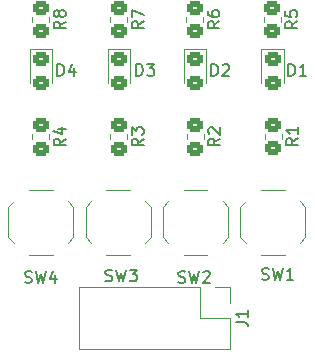
<source format=gbr>
%TF.GenerationSoftware,KiCad,Pcbnew,8.0.3*%
%TF.CreationDate,2024-11-17T10:30:07+00:00*%
%TF.ProjectId,ENS_light_sw_board,454e535f-6c69-4676-9874-5f73775f626f,rev?*%
%TF.SameCoordinates,Original*%
%TF.FileFunction,Legend,Top*%
%TF.FilePolarity,Positive*%
%FSLAX46Y46*%
G04 Gerber Fmt 4.6, Leading zero omitted, Abs format (unit mm)*
G04 Created by KiCad (PCBNEW 8.0.3) date 2024-11-17 10:30:07*
%MOMM*%
%LPD*%
G01*
G04 APERTURE LIST*
G04 Aperture macros list*
%AMRoundRect*
0 Rectangle with rounded corners*
0 $1 Rounding radius*
0 $2 $3 $4 $5 $6 $7 $8 $9 X,Y pos of 4 corners*
0 Add a 4 corners polygon primitive as box body*
4,1,4,$2,$3,$4,$5,$6,$7,$8,$9,$2,$3,0*
0 Add four circle primitives for the rounded corners*
1,1,$1+$1,$2,$3*
1,1,$1+$1,$4,$5*
1,1,$1+$1,$6,$7*
1,1,$1+$1,$8,$9*
0 Add four rect primitives between the rounded corners*
20,1,$1+$1,$2,$3,$4,$5,0*
20,1,$1+$1,$4,$5,$6,$7,0*
20,1,$1+$1,$6,$7,$8,$9,0*
20,1,$1+$1,$8,$9,$2,$3,0*%
G04 Aperture macros list end*
%ADD10C,0.150000*%
%ADD11C,0.120000*%
%ADD12R,0.750000X1.000000*%
%ADD13RoundRect,0.250000X-0.450000X0.325000X-0.450000X-0.325000X0.450000X-0.325000X0.450000X0.325000X0*%
%ADD14RoundRect,0.250000X-0.450000X0.350000X-0.450000X-0.350000X0.450000X-0.350000X0.450000X0.350000X0*%
%ADD15R,1.700000X1.700000*%
%ADD16O,1.700000X1.700000*%
G04 APERTURE END LIST*
D10*
X118893333Y-83846200D02*
X119036190Y-83893819D01*
X119036190Y-83893819D02*
X119274285Y-83893819D01*
X119274285Y-83893819D02*
X119369523Y-83846200D01*
X119369523Y-83846200D02*
X119417142Y-83798580D01*
X119417142Y-83798580D02*
X119464761Y-83703342D01*
X119464761Y-83703342D02*
X119464761Y-83608104D01*
X119464761Y-83608104D02*
X119417142Y-83512866D01*
X119417142Y-83512866D02*
X119369523Y-83465247D01*
X119369523Y-83465247D02*
X119274285Y-83417628D01*
X119274285Y-83417628D02*
X119083809Y-83370009D01*
X119083809Y-83370009D02*
X118988571Y-83322390D01*
X118988571Y-83322390D02*
X118940952Y-83274771D01*
X118940952Y-83274771D02*
X118893333Y-83179533D01*
X118893333Y-83179533D02*
X118893333Y-83084295D01*
X118893333Y-83084295D02*
X118940952Y-82989057D01*
X118940952Y-82989057D02*
X118988571Y-82941438D01*
X118988571Y-82941438D02*
X119083809Y-82893819D01*
X119083809Y-82893819D02*
X119321904Y-82893819D01*
X119321904Y-82893819D02*
X119464761Y-82941438D01*
X119798095Y-82893819D02*
X120036190Y-83893819D01*
X120036190Y-83893819D02*
X120226666Y-83179533D01*
X120226666Y-83179533D02*
X120417142Y-83893819D01*
X120417142Y-83893819D02*
X120655238Y-82893819D01*
X120940952Y-82893819D02*
X121559999Y-82893819D01*
X121559999Y-82893819D02*
X121226666Y-83274771D01*
X121226666Y-83274771D02*
X121369523Y-83274771D01*
X121369523Y-83274771D02*
X121464761Y-83322390D01*
X121464761Y-83322390D02*
X121512380Y-83370009D01*
X121512380Y-83370009D02*
X121559999Y-83465247D01*
X121559999Y-83465247D02*
X121559999Y-83703342D01*
X121559999Y-83703342D02*
X121512380Y-83798580D01*
X121512380Y-83798580D02*
X121464761Y-83846200D01*
X121464761Y-83846200D02*
X121369523Y-83893819D01*
X121369523Y-83893819D02*
X121083809Y-83893819D01*
X121083809Y-83893819D02*
X120988571Y-83846200D01*
X120988571Y-83846200D02*
X120940952Y-83798580D01*
X125074000Y-83973200D02*
X125216857Y-84020819D01*
X125216857Y-84020819D02*
X125454952Y-84020819D01*
X125454952Y-84020819D02*
X125550190Y-83973200D01*
X125550190Y-83973200D02*
X125597809Y-83925580D01*
X125597809Y-83925580D02*
X125645428Y-83830342D01*
X125645428Y-83830342D02*
X125645428Y-83735104D01*
X125645428Y-83735104D02*
X125597809Y-83639866D01*
X125597809Y-83639866D02*
X125550190Y-83592247D01*
X125550190Y-83592247D02*
X125454952Y-83544628D01*
X125454952Y-83544628D02*
X125264476Y-83497009D01*
X125264476Y-83497009D02*
X125169238Y-83449390D01*
X125169238Y-83449390D02*
X125121619Y-83401771D01*
X125121619Y-83401771D02*
X125074000Y-83306533D01*
X125074000Y-83306533D02*
X125074000Y-83211295D01*
X125074000Y-83211295D02*
X125121619Y-83116057D01*
X125121619Y-83116057D02*
X125169238Y-83068438D01*
X125169238Y-83068438D02*
X125264476Y-83020819D01*
X125264476Y-83020819D02*
X125502571Y-83020819D01*
X125502571Y-83020819D02*
X125645428Y-83068438D01*
X125978762Y-83020819D02*
X126216857Y-84020819D01*
X126216857Y-84020819D02*
X126407333Y-83306533D01*
X126407333Y-83306533D02*
X126597809Y-84020819D01*
X126597809Y-84020819D02*
X126835905Y-83020819D01*
X127169238Y-83116057D02*
X127216857Y-83068438D01*
X127216857Y-83068438D02*
X127312095Y-83020819D01*
X127312095Y-83020819D02*
X127550190Y-83020819D01*
X127550190Y-83020819D02*
X127645428Y-83068438D01*
X127645428Y-83068438D02*
X127693047Y-83116057D01*
X127693047Y-83116057D02*
X127740666Y-83211295D01*
X127740666Y-83211295D02*
X127740666Y-83306533D01*
X127740666Y-83306533D02*
X127693047Y-83449390D01*
X127693047Y-83449390D02*
X127121619Y-84020819D01*
X127121619Y-84020819D02*
X127740666Y-84020819D01*
X114831905Y-66494819D02*
X114831905Y-65494819D01*
X114831905Y-65494819D02*
X115070000Y-65494819D01*
X115070000Y-65494819D02*
X115212857Y-65542438D01*
X115212857Y-65542438D02*
X115308095Y-65637676D01*
X115308095Y-65637676D02*
X115355714Y-65732914D01*
X115355714Y-65732914D02*
X115403333Y-65923390D01*
X115403333Y-65923390D02*
X115403333Y-66066247D01*
X115403333Y-66066247D02*
X115355714Y-66256723D01*
X115355714Y-66256723D02*
X115308095Y-66351961D01*
X115308095Y-66351961D02*
X115212857Y-66447200D01*
X115212857Y-66447200D02*
X115070000Y-66494819D01*
X115070000Y-66494819D02*
X114831905Y-66494819D01*
X116260476Y-65828152D02*
X116260476Y-66494819D01*
X116022381Y-65447200D02*
X115784286Y-66161485D01*
X115784286Y-66161485D02*
X116403333Y-66161485D01*
X135127677Y-61872666D02*
X134651486Y-62205999D01*
X135127677Y-62444094D02*
X134127677Y-62444094D01*
X134127677Y-62444094D02*
X134127677Y-62063142D01*
X134127677Y-62063142D02*
X134175296Y-61967904D01*
X134175296Y-61967904D02*
X134222915Y-61920285D01*
X134222915Y-61920285D02*
X134318153Y-61872666D01*
X134318153Y-61872666D02*
X134461010Y-61872666D01*
X134461010Y-61872666D02*
X134556248Y-61920285D01*
X134556248Y-61920285D02*
X134603867Y-61967904D01*
X134603867Y-61967904D02*
X134651486Y-62063142D01*
X134651486Y-62063142D02*
X134651486Y-62444094D01*
X134127677Y-60967904D02*
X134127677Y-61444094D01*
X134127677Y-61444094D02*
X134603867Y-61491713D01*
X134603867Y-61491713D02*
X134556248Y-61444094D01*
X134556248Y-61444094D02*
X134508629Y-61348856D01*
X134508629Y-61348856D02*
X134508629Y-61110761D01*
X134508629Y-61110761D02*
X134556248Y-61015523D01*
X134556248Y-61015523D02*
X134603867Y-60967904D01*
X134603867Y-60967904D02*
X134699105Y-60920285D01*
X134699105Y-60920285D02*
X134937200Y-60920285D01*
X134937200Y-60920285D02*
X135032438Y-60967904D01*
X135032438Y-60967904D02*
X135080058Y-61015523D01*
X135080058Y-61015523D02*
X135127677Y-61110761D01*
X135127677Y-61110761D02*
X135127677Y-61348856D01*
X135127677Y-61348856D02*
X135080058Y-61444094D01*
X135080058Y-61444094D02*
X135032438Y-61491713D01*
X121501619Y-66478819D02*
X121501619Y-65478819D01*
X121501619Y-65478819D02*
X121739714Y-65478819D01*
X121739714Y-65478819D02*
X121882571Y-65526438D01*
X121882571Y-65526438D02*
X121977809Y-65621676D01*
X121977809Y-65621676D02*
X122025428Y-65716914D01*
X122025428Y-65716914D02*
X122073047Y-65907390D01*
X122073047Y-65907390D02*
X122073047Y-66050247D01*
X122073047Y-66050247D02*
X122025428Y-66240723D01*
X122025428Y-66240723D02*
X121977809Y-66335961D01*
X121977809Y-66335961D02*
X121882571Y-66431200D01*
X121882571Y-66431200D02*
X121739714Y-66478819D01*
X121739714Y-66478819D02*
X121501619Y-66478819D01*
X122406381Y-65478819D02*
X123025428Y-65478819D01*
X123025428Y-65478819D02*
X122692095Y-65859771D01*
X122692095Y-65859771D02*
X122834952Y-65859771D01*
X122834952Y-65859771D02*
X122930190Y-65907390D01*
X122930190Y-65907390D02*
X122977809Y-65955009D01*
X122977809Y-65955009D02*
X123025428Y-66050247D01*
X123025428Y-66050247D02*
X123025428Y-66288342D01*
X123025428Y-66288342D02*
X122977809Y-66383580D01*
X122977809Y-66383580D02*
X122930190Y-66431200D01*
X122930190Y-66431200D02*
X122834952Y-66478819D01*
X122834952Y-66478819D02*
X122549238Y-66478819D01*
X122549238Y-66478819D02*
X122454000Y-66431200D01*
X122454000Y-66431200D02*
X122406381Y-66383580D01*
X134389905Y-66494819D02*
X134389905Y-65494819D01*
X134389905Y-65494819D02*
X134628000Y-65494819D01*
X134628000Y-65494819D02*
X134770857Y-65542438D01*
X134770857Y-65542438D02*
X134866095Y-65637676D01*
X134866095Y-65637676D02*
X134913714Y-65732914D01*
X134913714Y-65732914D02*
X134961333Y-65923390D01*
X134961333Y-65923390D02*
X134961333Y-66066247D01*
X134961333Y-66066247D02*
X134913714Y-66256723D01*
X134913714Y-66256723D02*
X134866095Y-66351961D01*
X134866095Y-66351961D02*
X134770857Y-66447200D01*
X134770857Y-66447200D02*
X134628000Y-66494819D01*
X134628000Y-66494819D02*
X134389905Y-66494819D01*
X135913714Y-66494819D02*
X135342286Y-66494819D01*
X135628000Y-66494819D02*
X135628000Y-65494819D01*
X135628000Y-65494819D02*
X135532762Y-65637676D01*
X135532762Y-65637676D02*
X135437524Y-65732914D01*
X135437524Y-65732914D02*
X135342286Y-65780533D01*
X122119819Y-61872666D02*
X121643628Y-62205999D01*
X122119819Y-62444094D02*
X121119819Y-62444094D01*
X121119819Y-62444094D02*
X121119819Y-62063142D01*
X121119819Y-62063142D02*
X121167438Y-61967904D01*
X121167438Y-61967904D02*
X121215057Y-61920285D01*
X121215057Y-61920285D02*
X121310295Y-61872666D01*
X121310295Y-61872666D02*
X121453152Y-61872666D01*
X121453152Y-61872666D02*
X121548390Y-61920285D01*
X121548390Y-61920285D02*
X121596009Y-61967904D01*
X121596009Y-61967904D02*
X121643628Y-62063142D01*
X121643628Y-62063142D02*
X121643628Y-62444094D01*
X121119819Y-61539332D02*
X121119819Y-60872666D01*
X121119819Y-60872666D02*
X122119819Y-61301237D01*
X127863191Y-66494819D02*
X127863191Y-65494819D01*
X127863191Y-65494819D02*
X128101286Y-65494819D01*
X128101286Y-65494819D02*
X128244143Y-65542438D01*
X128244143Y-65542438D02*
X128339381Y-65637676D01*
X128339381Y-65637676D02*
X128387000Y-65732914D01*
X128387000Y-65732914D02*
X128434619Y-65923390D01*
X128434619Y-65923390D02*
X128434619Y-66066247D01*
X128434619Y-66066247D02*
X128387000Y-66256723D01*
X128387000Y-66256723D02*
X128339381Y-66351961D01*
X128339381Y-66351961D02*
X128244143Y-66447200D01*
X128244143Y-66447200D02*
X128101286Y-66494819D01*
X128101286Y-66494819D02*
X127863191Y-66494819D01*
X128815572Y-65590057D02*
X128863191Y-65542438D01*
X128863191Y-65542438D02*
X128958429Y-65494819D01*
X128958429Y-65494819D02*
X129196524Y-65494819D01*
X129196524Y-65494819D02*
X129291762Y-65542438D01*
X129291762Y-65542438D02*
X129339381Y-65590057D01*
X129339381Y-65590057D02*
X129387000Y-65685295D01*
X129387000Y-65685295D02*
X129387000Y-65780533D01*
X129387000Y-65780533D02*
X129339381Y-65923390D01*
X129339381Y-65923390D02*
X128767953Y-66494819D01*
X128767953Y-66494819D02*
X129387000Y-66494819D01*
X128597819Y-71794666D02*
X128121628Y-72127999D01*
X128597819Y-72366094D02*
X127597819Y-72366094D01*
X127597819Y-72366094D02*
X127597819Y-71985142D01*
X127597819Y-71985142D02*
X127645438Y-71889904D01*
X127645438Y-71889904D02*
X127693057Y-71842285D01*
X127693057Y-71842285D02*
X127788295Y-71794666D01*
X127788295Y-71794666D02*
X127931152Y-71794666D01*
X127931152Y-71794666D02*
X128026390Y-71842285D01*
X128026390Y-71842285D02*
X128074009Y-71889904D01*
X128074009Y-71889904D02*
X128121628Y-71985142D01*
X128121628Y-71985142D02*
X128121628Y-72366094D01*
X127693057Y-71413713D02*
X127645438Y-71366094D01*
X127645438Y-71366094D02*
X127597819Y-71270856D01*
X127597819Y-71270856D02*
X127597819Y-71032761D01*
X127597819Y-71032761D02*
X127645438Y-70937523D01*
X127645438Y-70937523D02*
X127693057Y-70889904D01*
X127693057Y-70889904D02*
X127788295Y-70842285D01*
X127788295Y-70842285D02*
X127883533Y-70842285D01*
X127883533Y-70842285D02*
X128026390Y-70889904D01*
X128026390Y-70889904D02*
X128597819Y-71461332D01*
X128597819Y-71461332D02*
X128597819Y-70842285D01*
X115515819Y-61888666D02*
X115039628Y-62221999D01*
X115515819Y-62460094D02*
X114515819Y-62460094D01*
X114515819Y-62460094D02*
X114515819Y-62079142D01*
X114515819Y-62079142D02*
X114563438Y-61983904D01*
X114563438Y-61983904D02*
X114611057Y-61936285D01*
X114611057Y-61936285D02*
X114706295Y-61888666D01*
X114706295Y-61888666D02*
X114849152Y-61888666D01*
X114849152Y-61888666D02*
X114944390Y-61936285D01*
X114944390Y-61936285D02*
X114992009Y-61983904D01*
X114992009Y-61983904D02*
X115039628Y-62079142D01*
X115039628Y-62079142D02*
X115039628Y-62460094D01*
X114944390Y-61317237D02*
X114896771Y-61412475D01*
X114896771Y-61412475D02*
X114849152Y-61460094D01*
X114849152Y-61460094D02*
X114753914Y-61507713D01*
X114753914Y-61507713D02*
X114706295Y-61507713D01*
X114706295Y-61507713D02*
X114611057Y-61460094D01*
X114611057Y-61460094D02*
X114563438Y-61412475D01*
X114563438Y-61412475D02*
X114515819Y-61317237D01*
X114515819Y-61317237D02*
X114515819Y-61126761D01*
X114515819Y-61126761D02*
X114563438Y-61031523D01*
X114563438Y-61031523D02*
X114611057Y-60983904D01*
X114611057Y-60983904D02*
X114706295Y-60936285D01*
X114706295Y-60936285D02*
X114753914Y-60936285D01*
X114753914Y-60936285D02*
X114849152Y-60983904D01*
X114849152Y-60983904D02*
X114896771Y-61031523D01*
X114896771Y-61031523D02*
X114944390Y-61126761D01*
X114944390Y-61126761D02*
X114944390Y-61317237D01*
X114944390Y-61317237D02*
X114992009Y-61412475D01*
X114992009Y-61412475D02*
X115039628Y-61460094D01*
X115039628Y-61460094D02*
X115134866Y-61507713D01*
X115134866Y-61507713D02*
X115325342Y-61507713D01*
X115325342Y-61507713D02*
X115420580Y-61460094D01*
X115420580Y-61460094D02*
X115468200Y-61412475D01*
X115468200Y-61412475D02*
X115515819Y-61317237D01*
X115515819Y-61317237D02*
X115515819Y-61126761D01*
X115515819Y-61126761D02*
X115468200Y-61031523D01*
X115468200Y-61031523D02*
X115420580Y-60983904D01*
X115420580Y-60983904D02*
X115325342Y-60936285D01*
X115325342Y-60936285D02*
X115134866Y-60936285D01*
X115134866Y-60936285D02*
X115039628Y-60983904D01*
X115039628Y-60983904D02*
X114992009Y-61031523D01*
X114992009Y-61031523D02*
X114944390Y-61126761D01*
X128539677Y-61872666D02*
X128063486Y-62205999D01*
X128539677Y-62444094D02*
X127539677Y-62444094D01*
X127539677Y-62444094D02*
X127539677Y-62063142D01*
X127539677Y-62063142D02*
X127587296Y-61967904D01*
X127587296Y-61967904D02*
X127634915Y-61920285D01*
X127634915Y-61920285D02*
X127730153Y-61872666D01*
X127730153Y-61872666D02*
X127873010Y-61872666D01*
X127873010Y-61872666D02*
X127968248Y-61920285D01*
X127968248Y-61920285D02*
X128015867Y-61967904D01*
X128015867Y-61967904D02*
X128063486Y-62063142D01*
X128063486Y-62063142D02*
X128063486Y-62444094D01*
X127539677Y-61015523D02*
X127539677Y-61205999D01*
X127539677Y-61205999D02*
X127587296Y-61301237D01*
X127587296Y-61301237D02*
X127634915Y-61348856D01*
X127634915Y-61348856D02*
X127777772Y-61444094D01*
X127777772Y-61444094D02*
X127968248Y-61491713D01*
X127968248Y-61491713D02*
X128349200Y-61491713D01*
X128349200Y-61491713D02*
X128444438Y-61444094D01*
X128444438Y-61444094D02*
X128492058Y-61396475D01*
X128492058Y-61396475D02*
X128539677Y-61301237D01*
X128539677Y-61301237D02*
X128539677Y-61110761D01*
X128539677Y-61110761D02*
X128492058Y-61015523D01*
X128492058Y-61015523D02*
X128444438Y-60967904D01*
X128444438Y-60967904D02*
X128349200Y-60920285D01*
X128349200Y-60920285D02*
X128111105Y-60920285D01*
X128111105Y-60920285D02*
X128015867Y-60967904D01*
X128015867Y-60967904D02*
X127968248Y-61015523D01*
X127968248Y-61015523D02*
X127920629Y-61110761D01*
X127920629Y-61110761D02*
X127920629Y-61301237D01*
X127920629Y-61301237D02*
X127968248Y-61396475D01*
X127968248Y-61396475D02*
X128015867Y-61444094D01*
X128015867Y-61444094D02*
X128111105Y-61491713D01*
X112077667Y-83973200D02*
X112220524Y-84020819D01*
X112220524Y-84020819D02*
X112458619Y-84020819D01*
X112458619Y-84020819D02*
X112553857Y-83973200D01*
X112553857Y-83973200D02*
X112601476Y-83925580D01*
X112601476Y-83925580D02*
X112649095Y-83830342D01*
X112649095Y-83830342D02*
X112649095Y-83735104D01*
X112649095Y-83735104D02*
X112601476Y-83639866D01*
X112601476Y-83639866D02*
X112553857Y-83592247D01*
X112553857Y-83592247D02*
X112458619Y-83544628D01*
X112458619Y-83544628D02*
X112268143Y-83497009D01*
X112268143Y-83497009D02*
X112172905Y-83449390D01*
X112172905Y-83449390D02*
X112125286Y-83401771D01*
X112125286Y-83401771D02*
X112077667Y-83306533D01*
X112077667Y-83306533D02*
X112077667Y-83211295D01*
X112077667Y-83211295D02*
X112125286Y-83116057D01*
X112125286Y-83116057D02*
X112172905Y-83068438D01*
X112172905Y-83068438D02*
X112268143Y-83020819D01*
X112268143Y-83020819D02*
X112506238Y-83020819D01*
X112506238Y-83020819D02*
X112649095Y-83068438D01*
X112982429Y-83020819D02*
X113220524Y-84020819D01*
X113220524Y-84020819D02*
X113411000Y-83306533D01*
X113411000Y-83306533D02*
X113601476Y-84020819D01*
X113601476Y-84020819D02*
X113839572Y-83020819D01*
X114649095Y-83354152D02*
X114649095Y-84020819D01*
X114411000Y-82973200D02*
X114172905Y-83687485D01*
X114172905Y-83687485D02*
X114791952Y-83687485D01*
X132143667Y-83719200D02*
X132286524Y-83766819D01*
X132286524Y-83766819D02*
X132524619Y-83766819D01*
X132524619Y-83766819D02*
X132619857Y-83719200D01*
X132619857Y-83719200D02*
X132667476Y-83671580D01*
X132667476Y-83671580D02*
X132715095Y-83576342D01*
X132715095Y-83576342D02*
X132715095Y-83481104D01*
X132715095Y-83481104D02*
X132667476Y-83385866D01*
X132667476Y-83385866D02*
X132619857Y-83338247D01*
X132619857Y-83338247D02*
X132524619Y-83290628D01*
X132524619Y-83290628D02*
X132334143Y-83243009D01*
X132334143Y-83243009D02*
X132238905Y-83195390D01*
X132238905Y-83195390D02*
X132191286Y-83147771D01*
X132191286Y-83147771D02*
X132143667Y-83052533D01*
X132143667Y-83052533D02*
X132143667Y-82957295D01*
X132143667Y-82957295D02*
X132191286Y-82862057D01*
X132191286Y-82862057D02*
X132238905Y-82814438D01*
X132238905Y-82814438D02*
X132334143Y-82766819D01*
X132334143Y-82766819D02*
X132572238Y-82766819D01*
X132572238Y-82766819D02*
X132715095Y-82814438D01*
X133048429Y-82766819D02*
X133286524Y-83766819D01*
X133286524Y-83766819D02*
X133477000Y-83052533D01*
X133477000Y-83052533D02*
X133667476Y-83766819D01*
X133667476Y-83766819D02*
X133905572Y-82766819D01*
X134810333Y-83766819D02*
X134238905Y-83766819D01*
X134524619Y-83766819D02*
X134524619Y-82766819D01*
X134524619Y-82766819D02*
X134429381Y-82909676D01*
X134429381Y-82909676D02*
X134334143Y-83004914D01*
X134334143Y-83004914D02*
X134238905Y-83052533D01*
X115515819Y-71810666D02*
X115039628Y-72143999D01*
X115515819Y-72382094D02*
X114515819Y-72382094D01*
X114515819Y-72382094D02*
X114515819Y-72001142D01*
X114515819Y-72001142D02*
X114563438Y-71905904D01*
X114563438Y-71905904D02*
X114611057Y-71858285D01*
X114611057Y-71858285D02*
X114706295Y-71810666D01*
X114706295Y-71810666D02*
X114849152Y-71810666D01*
X114849152Y-71810666D02*
X114944390Y-71858285D01*
X114944390Y-71858285D02*
X114992009Y-71905904D01*
X114992009Y-71905904D02*
X115039628Y-72001142D01*
X115039628Y-72001142D02*
X115039628Y-72382094D01*
X114849152Y-70953523D02*
X115515819Y-70953523D01*
X114468200Y-71191618D02*
X115182485Y-71429713D01*
X115182485Y-71429713D02*
X115182485Y-70810666D01*
X129927819Y-87328333D02*
X130642104Y-87328333D01*
X130642104Y-87328333D02*
X130784961Y-87375952D01*
X130784961Y-87375952D02*
X130880200Y-87471190D01*
X130880200Y-87471190D02*
X130927819Y-87614047D01*
X130927819Y-87614047D02*
X130927819Y-87709285D01*
X130927819Y-86328333D02*
X130927819Y-86899761D01*
X130927819Y-86614047D02*
X129927819Y-86614047D01*
X129927819Y-86614047D02*
X130070676Y-86709285D01*
X130070676Y-86709285D02*
X130165914Y-86804523D01*
X130165914Y-86804523D02*
X130213533Y-86899761D01*
X122119819Y-71810666D02*
X121643628Y-72143999D01*
X122119819Y-72382094D02*
X121119819Y-72382094D01*
X121119819Y-72382094D02*
X121119819Y-72001142D01*
X121119819Y-72001142D02*
X121167438Y-71905904D01*
X121167438Y-71905904D02*
X121215057Y-71858285D01*
X121215057Y-71858285D02*
X121310295Y-71810666D01*
X121310295Y-71810666D02*
X121453152Y-71810666D01*
X121453152Y-71810666D02*
X121548390Y-71858285D01*
X121548390Y-71858285D02*
X121596009Y-71905904D01*
X121596009Y-71905904D02*
X121643628Y-72001142D01*
X121643628Y-72001142D02*
X121643628Y-72382094D01*
X121119819Y-71477332D02*
X121119819Y-70858285D01*
X121119819Y-70858285D02*
X121500771Y-71191618D01*
X121500771Y-71191618D02*
X121500771Y-71048761D01*
X121500771Y-71048761D02*
X121548390Y-70953523D01*
X121548390Y-70953523D02*
X121596009Y-70905904D01*
X121596009Y-70905904D02*
X121691247Y-70858285D01*
X121691247Y-70858285D02*
X121929342Y-70858285D01*
X121929342Y-70858285D02*
X122024580Y-70905904D01*
X122024580Y-70905904D02*
X122072200Y-70953523D01*
X122072200Y-70953523D02*
X122119819Y-71048761D01*
X122119819Y-71048761D02*
X122119819Y-71334475D01*
X122119819Y-71334475D02*
X122072200Y-71429713D01*
X122072200Y-71429713D02*
X122024580Y-71477332D01*
X135200819Y-71778666D02*
X134724628Y-72111999D01*
X135200819Y-72350094D02*
X134200819Y-72350094D01*
X134200819Y-72350094D02*
X134200819Y-71969142D01*
X134200819Y-71969142D02*
X134248438Y-71873904D01*
X134248438Y-71873904D02*
X134296057Y-71826285D01*
X134296057Y-71826285D02*
X134391295Y-71778666D01*
X134391295Y-71778666D02*
X134534152Y-71778666D01*
X134534152Y-71778666D02*
X134629390Y-71826285D01*
X134629390Y-71826285D02*
X134677009Y-71873904D01*
X134677009Y-71873904D02*
X134724628Y-71969142D01*
X134724628Y-71969142D02*
X134724628Y-72350094D01*
X135200819Y-70826285D02*
X135200819Y-71397713D01*
X135200819Y-71111999D02*
X134200819Y-71111999D01*
X134200819Y-71111999D02*
X134343676Y-71207237D01*
X134343676Y-71207237D02*
X134438914Y-71302475D01*
X134438914Y-71302475D02*
X134486533Y-71397713D01*
D11*
%TO.C,SW3*%
X117216000Y-77567000D02*
X117216000Y-80167000D01*
X117666000Y-77117000D02*
X117216000Y-77567000D01*
X117666000Y-80617000D02*
X117216000Y-80167000D01*
X120966000Y-76117000D02*
X118966000Y-76117000D01*
X120966000Y-81617000D02*
X118966000Y-81617000D01*
X122266000Y-77117000D02*
X122716000Y-77567000D01*
X122266000Y-80617000D02*
X122716000Y-80167000D01*
X122716000Y-77567000D02*
X122716000Y-80167000D01*
%TO.C,SW2*%
X123771000Y-77567000D02*
X123771000Y-80167000D01*
X124221000Y-77117000D02*
X123771000Y-77567000D01*
X124221000Y-80617000D02*
X123771000Y-80167000D01*
X127521000Y-76117000D02*
X125521000Y-76117000D01*
X127521000Y-81617000D02*
X125521000Y-81617000D01*
X128821000Y-77117000D02*
X129271000Y-77567000D01*
X128821000Y-80617000D02*
X129271000Y-80167000D01*
X129271000Y-77567000D02*
X129271000Y-80167000D01*
%TO.C,D4*%
X112479142Y-64248000D02*
X112479142Y-67108000D01*
X114399142Y-64248000D02*
X112479142Y-64248000D01*
X114399142Y-67108000D02*
X114399142Y-64248000D01*
%TO.C,R5*%
X132287858Y-61478936D02*
X132287858Y-61933064D01*
X133757858Y-61478936D02*
X133757858Y-61933064D01*
%TO.C,D3*%
X119083142Y-64232000D02*
X119083142Y-67092000D01*
X121003142Y-64232000D02*
X119083142Y-64232000D01*
X121003142Y-67092000D02*
X121003142Y-64232000D01*
%TO.C,D1*%
X132091000Y-64232000D02*
X132091000Y-67092000D01*
X134011000Y-64232000D02*
X132091000Y-64232000D01*
X134011000Y-67092000D02*
X134011000Y-64232000D01*
%TO.C,R7*%
X119280000Y-61478936D02*
X119280000Y-61933064D01*
X120750000Y-61478936D02*
X120750000Y-61933064D01*
%TO.C,D2*%
X125503000Y-64232000D02*
X125503000Y-67092000D01*
X127423000Y-64232000D02*
X125503000Y-64232000D01*
X127423000Y-67092000D02*
X127423000Y-64232000D01*
%TO.C,R2*%
X125757000Y-71416936D02*
X125757000Y-71871064D01*
X127227000Y-71416936D02*
X127227000Y-71871064D01*
%TO.C,R8*%
X112676000Y-61494936D02*
X112676000Y-61949064D01*
X114146000Y-61494936D02*
X114146000Y-61949064D01*
%TO.C,R6*%
X125699858Y-61478936D02*
X125699858Y-61933064D01*
X127169858Y-61478936D02*
X127169858Y-61933064D01*
%TO.C,SW4*%
X110661000Y-77567000D02*
X110661000Y-80167000D01*
X111111000Y-77117000D02*
X110661000Y-77567000D01*
X111111000Y-80617000D02*
X110661000Y-80167000D01*
X114411000Y-76117000D02*
X112411000Y-76117000D01*
X114411000Y-81617000D02*
X112411000Y-81617000D01*
X115711000Y-77117000D02*
X116161000Y-77567000D01*
X115711000Y-80617000D02*
X116161000Y-80167000D01*
X116161000Y-77567000D02*
X116161000Y-80167000D01*
%TO.C,SW1*%
X130326000Y-77567000D02*
X130326000Y-80167000D01*
X130776000Y-77117000D02*
X130326000Y-77567000D01*
X130776000Y-80617000D02*
X130326000Y-80167000D01*
X134076000Y-76117000D02*
X132076000Y-76117000D01*
X134076000Y-81617000D02*
X132076000Y-81617000D01*
X135376000Y-77117000D02*
X135826000Y-77567000D01*
X135376000Y-80617000D02*
X135826000Y-80167000D01*
X135826000Y-77567000D02*
X135826000Y-80167000D01*
%TO.C,R4*%
X112676000Y-71416936D02*
X112676000Y-71871064D01*
X114146000Y-71416936D02*
X114146000Y-71871064D01*
%TO.C,J1*%
X116653000Y-84395000D02*
X116653000Y-89595000D01*
X126873000Y-84395000D02*
X116653000Y-84395000D01*
X126873000Y-84395000D02*
X126873000Y-86995000D01*
X126873000Y-86995000D02*
X129473000Y-86995000D01*
X128143000Y-84395000D02*
X129473000Y-84395000D01*
X129473000Y-84395000D02*
X129473000Y-85725000D01*
X129473000Y-86995000D02*
X129473000Y-89595000D01*
X129473000Y-89595000D02*
X116653000Y-89595000D01*
%TO.C,R3*%
X119280000Y-71416936D02*
X119280000Y-71871064D01*
X120750000Y-71416936D02*
X120750000Y-71871064D01*
%TO.C,R1*%
X132361000Y-71384936D02*
X132361000Y-71839064D01*
X133831000Y-71384936D02*
X133831000Y-71839064D01*
%TD*%
%LPC*%
D12*
%TO.C,SW3*%
X121841000Y-75867000D03*
X121841000Y-81867000D03*
X118091000Y-75867000D03*
X118091000Y-81867000D03*
%TD*%
%TO.C,SW2*%
X128396000Y-75867000D03*
X128396000Y-81867000D03*
X124646000Y-75867000D03*
X124646000Y-81867000D03*
%TD*%
D13*
%TO.C,D4*%
X113439142Y-65083000D03*
X113439142Y-67133000D03*
%TD*%
D14*
%TO.C,R5*%
X133022858Y-60706000D03*
X133022858Y-62706000D03*
%TD*%
D13*
%TO.C,D3*%
X120043142Y-65067000D03*
X120043142Y-67117000D03*
%TD*%
%TO.C,D1*%
X133051000Y-65067000D03*
X133051000Y-67117000D03*
%TD*%
D14*
%TO.C,R7*%
X120015000Y-60706000D03*
X120015000Y-62706000D03*
%TD*%
D13*
%TO.C,D2*%
X126463000Y-65067000D03*
X126463000Y-67117000D03*
%TD*%
D14*
%TO.C,R2*%
X126492000Y-70644000D03*
X126492000Y-72644000D03*
%TD*%
%TO.C,R8*%
X113411000Y-60722000D03*
X113411000Y-62722000D03*
%TD*%
%TO.C,R6*%
X126434858Y-60706000D03*
X126434858Y-62706000D03*
%TD*%
D12*
%TO.C,SW4*%
X115286000Y-75867000D03*
X115286000Y-81867000D03*
X111536000Y-75867000D03*
X111536000Y-81867000D03*
%TD*%
%TO.C,SW1*%
X134951000Y-75867000D03*
X134951000Y-81867000D03*
X131201000Y-75867000D03*
X131201000Y-81867000D03*
%TD*%
D14*
%TO.C,R4*%
X113411000Y-70644000D03*
X113411000Y-72644000D03*
%TD*%
D15*
%TO.C,J1*%
X128143000Y-85725000D03*
D16*
X128143000Y-88265000D03*
X125603000Y-85725000D03*
X125603000Y-88265000D03*
X123063000Y-85725000D03*
X123063000Y-88265000D03*
X120523000Y-85725000D03*
X120523000Y-88265000D03*
X117983000Y-85725000D03*
X117983000Y-88265000D03*
%TD*%
D14*
%TO.C,R3*%
X120015000Y-70644000D03*
X120015000Y-72644000D03*
%TD*%
%TO.C,R1*%
X133096000Y-70612000D03*
X133096000Y-72612000D03*
%TD*%
%LPD*%
M02*

</source>
